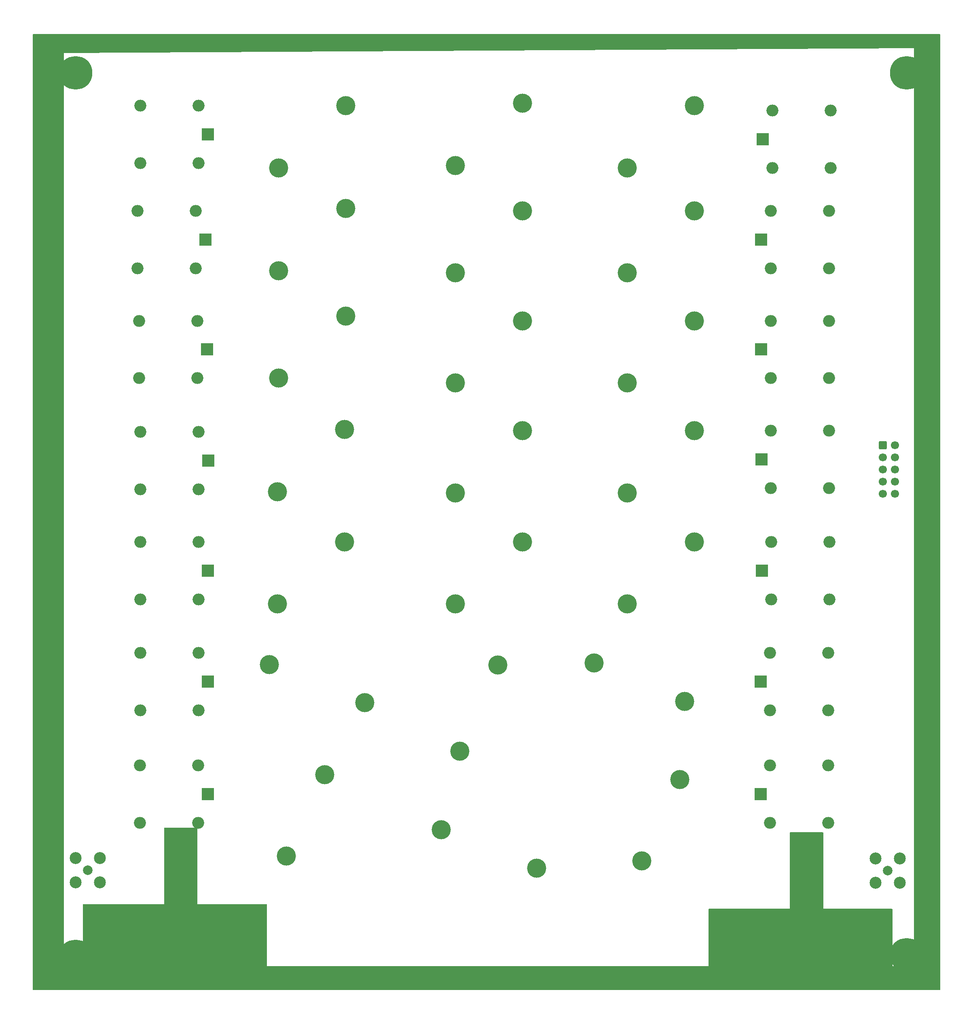
<source format=gts>
G04 #@! TF.GenerationSoftware,KiCad,Pcbnew,8.0.4*
G04 #@! TF.CreationDate,2024-11-18T14:28:34+01:00*
G04 #@! TF.ProjectId,Zolotarev,5a6f6c6f-7461-4726-9576-2e6b69636164,rev?*
G04 #@! TF.SameCoordinates,Original*
G04 #@! TF.FileFunction,Soldermask,Top*
G04 #@! TF.FilePolarity,Negative*
%FSLAX46Y46*%
G04 Gerber Fmt 4.6, Leading zero omitted, Abs format (unit mm)*
G04 Created by KiCad (PCBNEW 8.0.4) date 2024-11-18 14:28:34*
%MOMM*%
%LPD*%
G01*
G04 APERTURE LIST*
G04 Aperture macros list*
%AMRoundRect*
0 Rectangle with rounded corners*
0 $1 Rounding radius*
0 $2 $3 $4 $5 $6 $7 $8 $9 X,Y pos of 4 corners*
0 Add a 4 corners polygon primitive as box body*
4,1,4,$2,$3,$4,$5,$6,$7,$8,$9,$2,$3,0*
0 Add four circle primitives for the rounded corners*
1,1,$1+$1,$2,$3*
1,1,$1+$1,$4,$5*
1,1,$1+$1,$6,$7*
1,1,$1+$1,$8,$9*
0 Add four rect primitives between the rounded corners*
20,1,$1+$1,$2,$3,$4,$5,0*
20,1,$1+$1,$4,$5,$6,$7,0*
20,1,$1+$1,$6,$7,$8,$9,0*
20,1,$1+$1,$8,$9,$2,$3,0*%
G04 Aperture macros list end*
%ADD10C,0.800000*%
%ADD11C,7.000000*%
%ADD12R,2.500000X2.500000*%
%ADD13O,2.500000X2.500000*%
%ADD14C,4.000000*%
%ADD15C,1.998980*%
%ADD16C,2.499360*%
%ADD17RoundRect,0.250000X-0.600000X-0.600000X0.600000X-0.600000X0.600000X0.600000X-0.600000X0.600000X0*%
%ADD18C,1.700000*%
G04 APERTURE END LIST*
D10*
X23250000Y-212625000D03*
X24018845Y-210768845D03*
X24018845Y-214481155D03*
X25875000Y-210000000D03*
D11*
X25875000Y-212625000D03*
D10*
X25875000Y-215250000D03*
X27731155Y-210768845D03*
X27731155Y-214481155D03*
X28500000Y-212625000D03*
X154750000Y-212500000D03*
X155518845Y-210643845D03*
X155518845Y-214356155D03*
X157375000Y-209875000D03*
D11*
X157375000Y-212500000D03*
D10*
X157375000Y-215125000D03*
X159231155Y-210643845D03*
X159231155Y-214356155D03*
X160000000Y-212500000D03*
X182500000Y-212500000D03*
X183268845Y-210643845D03*
X183268845Y-214356155D03*
X185125000Y-209875000D03*
D11*
X185125000Y-212500000D03*
D10*
X185125000Y-215125000D03*
X186981155Y-210643845D03*
X186981155Y-214356155D03*
X187750000Y-212500000D03*
X50750000Y-212625000D03*
X51518845Y-210768845D03*
X51518845Y-214481155D03*
X53375000Y-210000000D03*
D11*
X53375000Y-212625000D03*
D10*
X53375000Y-215250000D03*
X55231155Y-210768845D03*
X55231155Y-214481155D03*
X56000000Y-212625000D03*
D12*
X46500000Y-91000000D03*
D13*
X44500000Y-85000000D03*
X32300000Y-85000000D03*
X32300000Y-97000000D03*
X44500000Y-97000000D03*
D12*
X162550000Y-114000000D03*
D13*
X164550000Y-120000000D03*
X176750000Y-120000000D03*
X176750000Y-108000000D03*
X164550000Y-108000000D03*
D14*
X134500000Y-121000000D03*
X148500000Y-108000000D03*
D12*
X162500000Y-91000000D03*
D13*
X164500000Y-97000000D03*
X176700000Y-97000000D03*
X176700000Y-85000000D03*
X164500000Y-85000000D03*
D12*
X46700000Y-137250000D03*
D13*
X44700000Y-131250000D03*
X32500000Y-131250000D03*
X32500000Y-143250000D03*
X44700000Y-143250000D03*
D12*
X46627500Y-184000000D03*
D13*
X44627500Y-178000000D03*
X32427500Y-178000000D03*
X32427500Y-190000000D03*
X44627500Y-190000000D03*
D12*
X46700000Y-46000000D03*
D13*
X44700000Y-40000000D03*
X32500000Y-40000000D03*
X32500000Y-52000000D03*
X44700000Y-52000000D03*
D15*
X21540000Y-199960000D03*
D16*
X19000000Y-197420000D03*
X19000000Y-202500000D03*
X24080000Y-197420000D03*
X24080000Y-202500000D03*
D14*
X98500000Y-75000000D03*
X112500000Y-62000000D03*
X134500000Y-144250000D03*
X148500000Y-131250000D03*
X61250000Y-144250000D03*
X75250000Y-131250000D03*
D12*
X162622500Y-137250000D03*
D13*
X164622500Y-143250000D03*
X176822500Y-143250000D03*
X176822500Y-131250000D03*
X164622500Y-131250000D03*
D14*
X134500000Y-53000000D03*
X148500000Y-40000000D03*
X146500000Y-164595000D03*
X127500000Y-156595000D03*
D12*
X46127500Y-68000000D03*
D13*
X44127500Y-62000000D03*
X31927500Y-62000000D03*
X31927500Y-74000000D03*
X44127500Y-74000000D03*
D14*
X61500000Y-97000000D03*
X75500000Y-84000000D03*
D10*
X16375000Y-218000000D03*
X17143845Y-216143845D03*
X17143845Y-219856155D03*
X19000000Y-215375000D03*
D11*
X19000000Y-218000000D03*
D10*
X19000000Y-220625000D03*
X20856155Y-216143845D03*
X20856155Y-219856155D03*
X21625000Y-218000000D03*
D14*
X145500000Y-181000000D03*
X137500000Y-198000000D03*
X98500000Y-144250000D03*
X112500000Y-131250000D03*
X71095000Y-179973458D03*
X63095000Y-196973458D03*
X98500000Y-121000000D03*
X112500000Y-108000000D03*
X61500000Y-53000000D03*
X75500000Y-40000000D03*
D12*
X46700000Y-160500000D03*
D13*
X44700000Y-154500000D03*
X32500000Y-154500000D03*
X32500000Y-166500000D03*
X44700000Y-166500000D03*
D12*
X162500000Y-68000000D03*
D13*
X164500000Y-74000000D03*
X176700000Y-74000000D03*
X176700000Y-62000000D03*
X164500000Y-62000000D03*
D14*
X59500000Y-156905000D03*
X79500000Y-164905000D03*
X61250000Y-120750000D03*
X75250000Y-107750000D03*
D10*
X190375000Y-33143845D03*
X191143845Y-31287690D03*
X191143845Y-35000000D03*
X193000000Y-30518845D03*
D11*
X193000000Y-33143845D03*
D10*
X193000000Y-35768845D03*
X194856155Y-31287690D03*
X194856155Y-35000000D03*
X195625000Y-33143845D03*
D14*
X98500000Y-98000000D03*
X112500000Y-85000000D03*
X99405000Y-175000000D03*
X107405000Y-157000000D03*
D12*
X162872500Y-47000000D03*
D13*
X164872500Y-53000000D03*
X177072500Y-53000000D03*
X177072500Y-41000000D03*
X164872500Y-41000000D03*
D14*
X134500000Y-75000000D03*
X148500000Y-62000000D03*
D10*
X190375000Y-217625000D03*
X191143845Y-215768845D03*
X191143845Y-219481155D03*
X193000000Y-215000000D03*
D11*
X193000000Y-217625000D03*
D10*
X193000000Y-220250000D03*
X194856155Y-215768845D03*
X194856155Y-219481155D03*
X195625000Y-217625000D03*
D12*
X162372500Y-160500000D03*
D13*
X164372500Y-166500000D03*
X176572500Y-166500000D03*
X176572500Y-154500000D03*
X164372500Y-154500000D03*
D12*
X46750000Y-114250000D03*
D13*
X44750000Y-108250000D03*
X32550000Y-108250000D03*
X32550000Y-120250000D03*
X44750000Y-120250000D03*
D17*
X187960000Y-111000000D03*
D18*
X190500000Y-111000000D03*
X187960000Y-113540000D03*
X190500000Y-113540000D03*
X187960000Y-116080000D03*
X190500000Y-116080000D03*
X187960000Y-118620000D03*
X190500000Y-118620000D03*
X187960000Y-121160000D03*
X190500000Y-121160000D03*
D14*
X61500000Y-74500000D03*
X75500000Y-61500000D03*
D10*
X16375000Y-33143845D03*
X17143845Y-31287690D03*
X17143845Y-35000000D03*
X19000000Y-30518845D03*
D11*
X19000000Y-33143845D03*
D10*
X19000000Y-35768845D03*
X20856155Y-31287690D03*
X20856155Y-35000000D03*
X21625000Y-33143845D03*
D14*
X134500000Y-98000000D03*
X148500000Y-85000000D03*
D15*
X189000000Y-200000000D03*
D16*
X186460000Y-197460000D03*
X186460000Y-202540000D03*
X191540000Y-197460000D03*
X191540000Y-202540000D03*
D14*
X95500000Y-191500000D03*
X115500000Y-199500000D03*
D12*
X162372500Y-184000000D03*
D13*
X164372500Y-190000000D03*
X176572500Y-190000000D03*
X176572500Y-178000000D03*
X164372500Y-178000000D03*
D14*
X98500000Y-52500000D03*
X112500000Y-39500000D03*
G36*
X16693039Y-25019685D02*
G01*
X16738794Y-25072489D01*
X16750000Y-25124000D01*
X16750000Y-28875289D01*
X16730315Y-28942328D01*
X16677511Y-28988083D01*
X16626697Y-28999287D01*
X16500000Y-28999999D01*
X16500000Y-220000000D01*
X20500000Y-220000000D01*
X20500000Y-219874000D01*
X20519685Y-219806961D01*
X20572489Y-219761206D01*
X20624000Y-219750000D01*
X58876000Y-219750000D01*
X58943039Y-219769685D01*
X58988794Y-219822489D01*
X59000000Y-219874000D01*
X59000000Y-220000000D01*
X151500000Y-220000000D01*
X151500000Y-219874000D01*
X151519685Y-219806961D01*
X151572489Y-219761206D01*
X151624000Y-219750000D01*
X189876000Y-219750000D01*
X189943039Y-219769685D01*
X189988794Y-219822489D01*
X190000000Y-219874000D01*
X190000000Y-220000000D01*
X194500000Y-220000000D01*
X194500000Y-27999999D01*
X194374696Y-28000703D01*
X194307547Y-27981395D01*
X194261497Y-27928849D01*
X194250000Y-27876705D01*
X194250000Y-25124000D01*
X194269685Y-25056961D01*
X194322489Y-25011206D01*
X194374000Y-25000000D01*
X199876000Y-25000000D01*
X199943039Y-25019685D01*
X199988794Y-25072489D01*
X200000000Y-25124000D01*
X200000000Y-224876000D01*
X199980315Y-224943039D01*
X199927511Y-224988794D01*
X199876000Y-225000000D01*
X10124000Y-225000000D01*
X10056961Y-224980315D01*
X10011206Y-224927511D01*
X10000000Y-224876000D01*
X10000000Y-25124000D01*
X10019685Y-25056961D01*
X10072489Y-25011206D01*
X10124000Y-25000000D01*
X16626000Y-25000000D01*
X16693039Y-25019685D01*
G37*
G36*
X194693039Y-25019685D02*
G01*
X194738794Y-25072489D01*
X194750000Y-25124000D01*
X194750000Y-27987789D01*
X194747617Y-28011982D01*
X194745617Y-28022036D01*
X194713231Y-28083946D01*
X194652515Y-28118520D01*
X194582746Y-28114779D01*
X194526074Y-28073912D01*
X194500493Y-28008894D01*
X194500100Y-28000099D01*
X194500000Y-27999999D01*
X16500000Y-28999999D01*
X16499410Y-29000592D01*
X16480315Y-29065624D01*
X16427511Y-29111379D01*
X16358353Y-29121323D01*
X16294797Y-29092298D01*
X16257023Y-29033520D01*
X16254520Y-29023458D01*
X16252520Y-29013690D01*
X16250000Y-28988817D01*
X16250000Y-25124000D01*
X16269685Y-25056961D01*
X16322489Y-25011206D01*
X16374000Y-25000000D01*
X194626000Y-25000000D01*
X194693039Y-25019685D01*
G37*
G36*
X175443039Y-192019685D02*
G01*
X175488794Y-192072489D01*
X175500000Y-192124000D01*
X175500000Y-208000000D01*
X189876000Y-208000000D01*
X189943039Y-208019685D01*
X189988794Y-208072489D01*
X190000000Y-208124000D01*
X190000000Y-220000000D01*
X190126000Y-220000000D01*
X190193039Y-220019685D01*
X190238794Y-220072489D01*
X190250000Y-220124000D01*
X190250000Y-220987789D01*
X190247617Y-221011982D01*
X190235781Y-221071482D01*
X190217267Y-221116179D01*
X190190481Y-221156268D01*
X190156268Y-221190481D01*
X190116179Y-221217267D01*
X190071482Y-221235781D01*
X190011982Y-221247617D01*
X189987789Y-221250000D01*
X151512211Y-221250000D01*
X151488019Y-221247617D01*
X151428518Y-221235781D01*
X151383820Y-221217267D01*
X151343731Y-221190481D01*
X151309518Y-221156268D01*
X151282732Y-221116179D01*
X151264218Y-221071480D01*
X151252383Y-221011980D01*
X151250000Y-220987789D01*
X151250000Y-220124000D01*
X151269685Y-220056961D01*
X151322489Y-220011206D01*
X151374000Y-220000000D01*
X151500000Y-220000000D01*
X151500000Y-208124000D01*
X151519685Y-208056961D01*
X151572489Y-208011206D01*
X151624000Y-208000000D01*
X168500000Y-208000000D01*
X168500000Y-192124000D01*
X168519685Y-192056961D01*
X168572489Y-192011206D01*
X168624000Y-192000000D01*
X175376000Y-192000000D01*
X175443039Y-192019685D01*
G37*
G36*
X44443039Y-191019685D02*
G01*
X44488794Y-191072489D01*
X44500000Y-191124000D01*
X44500000Y-207000000D01*
X58876000Y-207000000D01*
X58943039Y-207019685D01*
X58988794Y-207072489D01*
X59000000Y-207124000D01*
X59000000Y-220000000D01*
X59126000Y-220000000D01*
X59193039Y-220019685D01*
X59238794Y-220072489D01*
X59250000Y-220124000D01*
X59250000Y-220487789D01*
X59247617Y-220511982D01*
X59235781Y-220571482D01*
X59217267Y-220616179D01*
X59190481Y-220656268D01*
X59156268Y-220690481D01*
X59116179Y-220717267D01*
X59071482Y-220735781D01*
X59011982Y-220747617D01*
X58987789Y-220750000D01*
X20512211Y-220750000D01*
X20488019Y-220747617D01*
X20428518Y-220735781D01*
X20383820Y-220717267D01*
X20343731Y-220690481D01*
X20309518Y-220656268D01*
X20282732Y-220616179D01*
X20264218Y-220571480D01*
X20252383Y-220511980D01*
X20250000Y-220487789D01*
X20250000Y-220124000D01*
X20269685Y-220056961D01*
X20322489Y-220011206D01*
X20374000Y-220000000D01*
X20500000Y-220000000D01*
X20500000Y-207124000D01*
X20519685Y-207056961D01*
X20572489Y-207011206D01*
X20624000Y-207000000D01*
X37500000Y-207000000D01*
X37500000Y-191124000D01*
X37519685Y-191056961D01*
X37572489Y-191011206D01*
X37624000Y-191000000D01*
X44376000Y-191000000D01*
X44443039Y-191019685D01*
G37*
M02*

</source>
